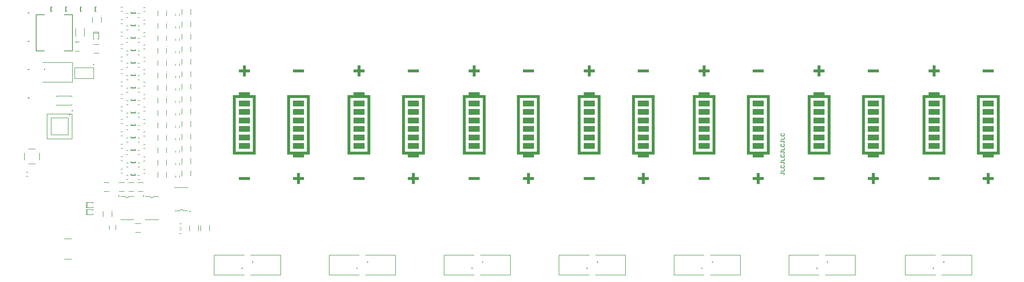
<source format=gto>
G04*
G04 #@! TF.GenerationSoftware,Altium Limited,Altium Designer,18.1.7 (191)*
G04*
G04 Layer_Color=65535*
%FSLAX44Y44*%
%MOMM*%
G71*
G01*
G75*
%ADD10C,0.2000*%
%ADD11C,0.2500*%
%ADD12C,0.1000*%
%ADD13C,0.1500*%
%ADD14C,0.2540*%
%ADD15C,0.1270*%
%ADD16C,0.2032*%
%ADD17R,4.0000X1.0000*%
%ADD18R,1.0000X4.0000*%
%ADD19R,4.0000X2.0000*%
%ADD20R,8.0000X1.0000*%
%ADD21R,1.0000X21.0000*%
D10*
X551500Y1140000D02*
G03*
X551500Y1140000I-500J0D01*
G01*
X520000Y1039000D02*
G03*
X520000Y1039000I-500J0D01*
G01*
X608500Y551000D02*
G03*
X608500Y551000I-500J0D01*
G01*
X642500D02*
G03*
X642500Y551000I-500J0D01*
G01*
X583500Y519000D02*
G03*
X583500Y519000I-500J0D01*
G01*
X463450Y1045800D02*
G03*
X463450Y1045800I-1000J0D01*
G01*
X781500Y592000D02*
G03*
X781500Y592000I-500J0D01*
G01*
Y635000D02*
G03*
X781500Y635000I-500J0D01*
G01*
Y679000D02*
G03*
X781500Y679000I-500J0D01*
G01*
Y723000D02*
G03*
X781500Y723000I-500J0D01*
G01*
Y767000D02*
G03*
X781500Y767000I-500J0D01*
G01*
Y811000D02*
G03*
X781500Y811000I-500J0D01*
G01*
Y855000D02*
G03*
X781500Y855000I-500J0D01*
G01*
Y899000D02*
G03*
X781500Y899000I-500J0D01*
G01*
Y943000D02*
G03*
X781500Y943000I-500J0D01*
G01*
Y987000D02*
G03*
X781500Y987000I-500J0D01*
G01*
Y1031000D02*
G03*
X781500Y1031000I-500J0D01*
G01*
Y1075000D02*
G03*
X781500Y1075000I-500J0D01*
G01*
Y1119000D02*
G03*
X781500Y1119000I-500J0D01*
G01*
Y1163000D02*
G03*
X781500Y1163000I-500J0D01*
G01*
X834500Y1140000D02*
G03*
X834500Y1140000I-500J0D01*
G01*
Y1096000D02*
G03*
X834500Y1096000I-500J0D01*
G01*
Y1052000D02*
G03*
X834500Y1052000I-500J0D01*
G01*
Y1008000D02*
G03*
X834500Y1008000I-500J0D01*
G01*
Y964000D02*
G03*
X834500Y964000I-500J0D01*
G01*
Y920000D02*
G03*
X834500Y920000I-500J0D01*
G01*
Y876000D02*
G03*
X834500Y876000I-500J0D01*
G01*
Y832000D02*
G03*
X834500Y832000I-500J0D01*
G01*
Y788000D02*
G03*
X834500Y788000I-500J0D01*
G01*
Y744000D02*
G03*
X834500Y744000I-500J0D01*
G01*
Y699000D02*
G03*
X834500Y699000I-500J0D01*
G01*
Y656000D02*
G03*
X834500Y656000I-500J0D01*
G01*
Y612000D02*
G03*
X834500Y612000I-500J0D01*
G01*
X834500Y569000D02*
G03*
X834500Y569000I-500J0D01*
G01*
X675500Y551000D02*
G03*
X675500Y551000I-500J0D01*
G01*
X588500Y453000D02*
G03*
X588500Y453000I-500J0D01*
G01*
X932500Y403000D02*
G03*
X932500Y403000I-500J0D01*
G01*
X666500Y406000D02*
G03*
X666500Y406000I-500J0D01*
G01*
X893500Y403000D02*
G03*
X893500Y403000I-500J0D01*
G01*
X826000Y569000D02*
Y575000D01*
X812000Y569000D02*
Y575000D01*
X826000Y613000D02*
Y619000D01*
X812000Y613000D02*
Y619000D01*
X826000Y657000D02*
Y663000D01*
X812000Y657000D02*
Y663000D01*
X826000Y701000D02*
Y707000D01*
X812000Y701000D02*
Y707000D01*
X826000Y745000D02*
Y751000D01*
X812000Y745000D02*
Y751000D01*
X826000Y789000D02*
Y795000D01*
X812000Y789000D02*
Y795000D01*
X826000Y833000D02*
Y839000D01*
X812000Y833000D02*
Y839000D01*
X826000Y877000D02*
Y883000D01*
X812000Y877000D02*
Y883000D01*
X826000Y921000D02*
Y927000D01*
X812000Y921000D02*
Y927000D01*
X826000Y965000D02*
Y971000D01*
X812000Y965000D02*
Y971000D01*
X826000Y1009000D02*
Y1015000D01*
X812000Y1009000D02*
Y1015000D01*
X826000Y1053000D02*
Y1059000D01*
X812000Y1053000D02*
Y1059000D01*
X826000Y1097000D02*
Y1103000D01*
X812000Y1097000D02*
Y1103000D01*
X826000Y1141000D02*
Y1147000D01*
X812000Y1141000D02*
Y1147000D01*
X372046Y1171000D02*
X378046D01*
X372046Y1155000D02*
X378046D01*
X372046D02*
Y1171000D01*
X373946Y1155000D02*
Y1171000D01*
X528000Y1171000D02*
X534000D01*
X528000Y1155000D02*
X534000D01*
X528000D02*
Y1171000D01*
X529900Y1155000D02*
Y1171000D01*
X476000D02*
X482000D01*
X476000Y1155000D02*
X482000D01*
X476000D02*
Y1171000D01*
X477900Y1155000D02*
Y1171000D01*
X424000D02*
X430000D01*
X424000Y1155000D02*
X430000D01*
X424000D02*
Y1171000D01*
X425900Y1155000D02*
Y1171000D01*
X523001Y1058000D02*
Y1082000D01*
X524000Y1078500D02*
X540500D01*
X541000Y1058000D02*
Y1082000D01*
X523001Y1058000D02*
X526500D01*
X537500D02*
X541000D01*
X523000Y1082000D02*
X541000D01*
X655000Y1148000D02*
Y1154000D01*
X671000Y1148000D02*
Y1154000D01*
X655000Y1148000D02*
X671000D01*
X655000Y1149900D02*
X671000D01*
X655000Y1104000D02*
Y1110000D01*
X671000Y1104000D02*
Y1110000D01*
X655000Y1104000D02*
X671000D01*
X655000Y1105900D02*
X671000D01*
X655000Y1060000D02*
Y1066000D01*
X671000Y1060000D02*
Y1066000D01*
X655000Y1060000D02*
X671000D01*
X655000Y1061900D02*
X671000D01*
X655000Y1016000D02*
Y1022000D01*
X671000Y1016000D02*
Y1022000D01*
X655000Y1016000D02*
X671000D01*
X655000Y1017900D02*
X671000D01*
X655000Y972000D02*
Y978000D01*
X671000Y972000D02*
Y978000D01*
X655000Y972000D02*
X671000D01*
X655000Y973900D02*
X671000D01*
X655000Y928000D02*
Y934000D01*
X671000Y928000D02*
Y934000D01*
X655000Y928000D02*
X671000D01*
X655000Y929900D02*
X671000D01*
X655000Y884000D02*
Y890000D01*
X671000Y884000D02*
Y890000D01*
X655000Y884000D02*
X671000D01*
X655000Y885900D02*
X671000D01*
X655000Y840000D02*
Y846000D01*
X671000Y840000D02*
Y846000D01*
X655000Y840000D02*
X671000D01*
X655000Y841900D02*
X671000D01*
X655000Y796000D02*
Y802000D01*
X671000Y796000D02*
Y802000D01*
X655000Y796000D02*
X671000D01*
X655000Y797900D02*
X671000D01*
X655000Y752000D02*
Y758000D01*
X671000Y752000D02*
Y758000D01*
X655000Y752000D02*
X671000D01*
X655000Y753900D02*
X671000D01*
X655000Y708000D02*
Y714000D01*
X671000Y708000D02*
Y714000D01*
X655000Y708000D02*
X671000D01*
X655000Y709900D02*
X671000D01*
X655000Y664000D02*
Y670000D01*
X671000Y664000D02*
Y670000D01*
X655000Y664000D02*
X671000D01*
X655000Y665900D02*
X671000D01*
X655000Y620000D02*
Y626000D01*
X671000Y620000D02*
Y626000D01*
X655000Y620000D02*
X671000D01*
X655000Y621900D02*
X671000D01*
X655000Y576000D02*
Y582000D01*
X671000Y576000D02*
Y582000D01*
X655000Y576000D02*
X671000D01*
X655000Y577900D02*
X671000D01*
X456500Y918500D02*
Y956500D01*
X523500Y918500D02*
Y956500D01*
X456500Y918500D02*
X523500D01*
X456500Y956500D02*
X523500D01*
X601500Y385000D02*
Y399000D01*
X578500Y385000D02*
Y399000D01*
X601000Y385000D02*
X601500D01*
X578500D02*
X579000D01*
X578500Y399000D02*
X579000D01*
X601000D02*
X601500D01*
X343000Y975000D02*
X449000D01*
X343000Y905000D02*
X449000D01*
Y975000D01*
X458000Y1047500D02*
X473000D01*
X458000Y1015000D02*
X473000D01*
X699000Y1169000D02*
X705000D01*
X699000Y1155000D02*
X705000D01*
X679000Y1134000D02*
X685000D01*
X679000Y1148000D02*
X685000D01*
X619000Y1156000D02*
X625000D01*
X619000Y1170000D02*
X625000D01*
X639000Y1148000D02*
X645000D01*
X639000Y1134000D02*
X645000D01*
X699000Y1125000D02*
X705000D01*
X699000Y1111000D02*
X705000D01*
X679000Y1090000D02*
X685000D01*
X679000Y1104000D02*
X685000D01*
X619000Y1112000D02*
X625000D01*
X619000Y1126000D02*
X625000D01*
X639000Y1104000D02*
X645000D01*
X639000Y1090000D02*
X645000D01*
X699000Y1081000D02*
X705000D01*
X699000Y1067000D02*
X705000D01*
X679000Y1046000D02*
X685000D01*
X679000Y1060000D02*
X685000D01*
X619000Y1068000D02*
X625000D01*
X619000Y1082000D02*
X625000D01*
X639000Y1060000D02*
X645000D01*
X639000Y1046000D02*
X645000D01*
X699000Y1037000D02*
X705000D01*
X699000Y1023000D02*
X705000D01*
X679000Y1002000D02*
X685000D01*
X679000Y1016000D02*
X685000D01*
X619000Y1024000D02*
X625000D01*
X619000Y1038000D02*
X625000D01*
X639000Y1016000D02*
X645000D01*
X639000Y1002000D02*
X645000D01*
X639000Y972000D02*
X645000D01*
X639000Y958000D02*
X645000D01*
X619000Y980000D02*
X625000D01*
X619000Y994000D02*
X625000D01*
X679000Y958000D02*
X685000D01*
X679000Y972000D02*
X685000D01*
X699000Y993000D02*
X705000D01*
X699000Y979000D02*
X705000D01*
X639000Y928000D02*
X645000D01*
X639000Y914000D02*
X645000D01*
X619000Y936000D02*
X625000D01*
X619000Y950000D02*
X625000D01*
X679000Y914000D02*
X685000D01*
X679000Y928000D02*
X685000D01*
X699000Y949000D02*
X705000D01*
X699000Y935000D02*
X705000D01*
X639000Y884000D02*
X645000D01*
X639000Y870000D02*
X645000D01*
X619000Y892000D02*
X625000D01*
X619000Y906000D02*
X625000D01*
X679000Y870000D02*
X685000D01*
X679000Y884000D02*
X685000D01*
X699000Y905000D02*
X705000D01*
X699000Y891000D02*
X705000D01*
X699000Y861000D02*
X705000D01*
X699000Y847000D02*
X705000D01*
X679000Y826000D02*
X685000D01*
X679000Y840000D02*
X685000D01*
X619000Y848000D02*
X625000D01*
X619000Y862000D02*
X625000D01*
X639000Y840000D02*
X645000D01*
X639000Y826000D02*
X645000D01*
X639000Y796000D02*
X645000D01*
X639000Y782000D02*
X645000D01*
X619000Y804000D02*
X625000D01*
X619000Y818000D02*
X625000D01*
X679000Y782000D02*
X685000D01*
X679000Y796000D02*
X685000D01*
X699000Y817000D02*
X705000D01*
X699000Y803000D02*
X705000D01*
X699000Y773000D02*
X705000D01*
X699000Y759000D02*
X705000D01*
X679000Y738000D02*
X685000D01*
X679000Y752000D02*
X685000D01*
X619000Y760000D02*
X625000D01*
X619000Y774000D02*
X625000D01*
X639000Y752000D02*
X645000D01*
X639000Y738000D02*
X645000D01*
X639000Y708000D02*
X645000D01*
X639000Y694000D02*
X645000D01*
X619000Y716000D02*
X625000D01*
X619000Y730000D02*
X625000D01*
X679000Y694000D02*
X685000D01*
X679000Y708000D02*
X685000D01*
X699000Y729000D02*
X705000D01*
X699000Y715000D02*
X705000D01*
X639000Y664000D02*
X645000D01*
X639000Y650000D02*
X645000D01*
X619000Y672000D02*
X625000D01*
X619000Y686000D02*
X625000D01*
X679000Y650000D02*
X685000D01*
X679000Y664000D02*
X685000D01*
X699000Y685000D02*
X705000D01*
X699000Y671000D02*
X705000D01*
X699000Y641000D02*
X705000D01*
X699000Y627000D02*
X705000D01*
X679000Y606000D02*
X685000D01*
X679000Y620000D02*
X685000D01*
X619000Y628000D02*
X625000D01*
X619000Y642000D02*
X625000D01*
X639000Y620000D02*
X645000D01*
X639000Y606000D02*
X645000D01*
X619000Y598000D02*
X625000D01*
X619000Y584000D02*
X625000D01*
X679000Y576000D02*
X685000D01*
X679000Y562000D02*
X685000D01*
X639000Y562000D02*
X645000D01*
X639000Y576000D02*
X645000D01*
X699000Y583000D02*
X705000D01*
X699000Y597000D02*
X705000D01*
X359500Y704750D02*
X447500D01*
Y792750D01*
X359500Y704750D02*
Y792750D01*
X447500D01*
X374000Y719000D02*
Y779000D01*
X434000Y719000D02*
Y779000D01*
X374000D02*
X434000D01*
X374000Y719000D02*
X434000D01*
X286000Y587000D02*
X292000D01*
X286000Y573000D02*
X292000D01*
X291500Y849000D02*
X296500D01*
X291500D02*
X294000Y851000D01*
X296500Y849000D01*
X1182000Y223998D02*
Y293998D01*
X1076000Y223998D02*
X1182000D01*
X1076000Y293998D02*
X1182000D01*
X948000Y223998D02*
Y293998D01*
X1054000D01*
X948000Y223998D02*
X1054000D01*
X1587000Y223998D02*
Y293998D01*
X1481000Y223998D02*
X1587000D01*
X1481000Y293998D02*
X1587000D01*
X1353000Y223998D02*
Y293998D01*
X1459000D01*
X1353000Y223998D02*
X1459000D01*
X1992000D02*
Y293998D01*
X1886000Y223998D02*
X1992000D01*
X1886000Y293998D02*
X1992000D01*
X1758000Y223998D02*
Y293998D01*
X1864000D01*
X1758000Y223998D02*
X1864000D01*
X2397000Y223998D02*
Y293998D01*
X2291000Y223998D02*
X2397000D01*
X2291000Y293998D02*
X2397000D01*
X2163000Y223998D02*
Y293998D01*
X2269000D01*
X2163000Y223998D02*
X2269000D01*
X2802000D02*
Y293998D01*
X2696000Y223998D02*
X2802000D01*
X2696000Y293998D02*
X2802000D01*
X2568000Y223998D02*
Y293998D01*
X2674000D01*
X2568000Y223998D02*
X2674000D01*
X3207000Y223998D02*
Y293998D01*
X3101000Y223998D02*
X3207000D01*
X3101000Y293998D02*
X3207000D01*
X2973000Y223998D02*
Y293998D01*
X3079000D01*
X2973000Y223998D02*
X3079000D01*
X3617000Y224000D02*
Y294000D01*
X3511000Y224000D02*
X3617000D01*
X3511000Y294000D02*
X3617000D01*
X3383000Y224000D02*
Y294000D01*
X3489000D01*
X3383000Y224000D02*
X3489000D01*
X497000Y437001D02*
X521000D01*
X500500Y438000D02*
Y454500D01*
X497000Y455000D02*
X521000D01*
Y437001D02*
Y440500D01*
Y451500D02*
Y455000D01*
X497000Y437000D02*
Y455000D01*
Y462001D02*
X521000D01*
X500500Y463000D02*
Y479500D01*
X497000Y480000D02*
X521000D01*
Y462001D02*
Y465500D01*
Y476500D02*
Y480000D01*
X497000Y462000D02*
Y480000D01*
X827000Y391000D02*
X833000D01*
X827000Y405000D02*
X833000D01*
X827000Y370000D02*
X833000D01*
X827000Y384000D02*
X833000D01*
X294000Y951000D02*
X296500Y949000D01*
X291500D02*
X294000Y951000D01*
X291500Y949000D02*
X296500D01*
X294000Y1051000D02*
X296500Y1049000D01*
X291500D02*
X294000Y1051000D01*
X291500Y1049000D02*
X296500D01*
X294000Y1151000D02*
X296500Y1149000D01*
X291500D02*
X294000Y1151000D01*
X291500Y1149000D02*
X296500D01*
D11*
X524250Y968000D02*
G03*
X524250Y968000I-1250J0D01*
G01*
X351750Y951000D02*
G03*
X351750Y951000I-1250J0D01*
G01*
X613250Y503500D02*
G03*
X613250Y503500I-1250J0D01*
G01*
X700250D02*
G03*
X700250Y503500I-1250J0D01*
G01*
X449250Y804750D02*
G03*
X449250Y804750I-1250J0D01*
G01*
X439750Y790750D02*
G03*
X439750Y790750I-1250J0D01*
G01*
X1084750Y269998D02*
G03*
X1084750Y269998I-1250J0D01*
G01*
X1047750Y247998D02*
G03*
X1047750Y247998I-1250J0D01*
G01*
X1489750Y269998D02*
G03*
X1489750Y269998I-1250J0D01*
G01*
X1452750Y247998D02*
G03*
X1452750Y247998I-1250J0D01*
G01*
X863250Y448623D02*
G03*
X863250Y448623I-1250J0D01*
G01*
X1894750Y269998D02*
G03*
X1894750Y269998I-1250J0D01*
G01*
X1857750Y247998D02*
G03*
X1857750Y247998I-1250J0D01*
G01*
X2299750Y269998D02*
G03*
X2299750Y269998I-1250J0D01*
G01*
X2262750Y247998D02*
G03*
X2262750Y247998I-1250J0D01*
G01*
X2704750Y269998D02*
G03*
X2704750Y269998I-1250J0D01*
G01*
X2667750Y247998D02*
G03*
X2667750Y247998I-1250J0D01*
G01*
X3109750Y269998D02*
G03*
X3109750Y269998I-1250J0D01*
G01*
X3072750Y247998D02*
G03*
X3072750Y247998I-1250J0D01*
G01*
X3519750Y270000D02*
G03*
X3519750Y270000I-1250J0D01*
G01*
X3482750Y248000D02*
G03*
X3482750Y248000I-1250J0D01*
G01*
D12*
X601750Y403000D02*
G03*
X601750Y403000I-500J0D01*
G01*
D13*
X635833Y501500D02*
G03*
X646167Y501500I5167J0D01*
G01*
X722833D02*
G03*
X733167Y501500I5167J0D01*
G01*
X838167Y450623D02*
G03*
X827833Y450623I-5167J0D01*
G01*
X519500Y1117000D02*
Y1135000D01*
X550500Y1117000D02*
Y1135000D01*
X550000Y1117000D02*
X550500D01*
X550000Y1135000D02*
X550500D01*
X519500Y1117000D02*
X520000D01*
X519500Y1135000D02*
X520000D01*
X524500Y1007500D02*
X542500D01*
X524500Y1038500D02*
X542500D01*
Y1038000D02*
Y1038500D01*
X524500Y1038000D02*
Y1038500D01*
X542500Y1007500D02*
Y1008000D01*
X524500Y1007500D02*
Y1008000D01*
X613000Y519500D02*
X631000D01*
X613000Y550500D02*
X631000D01*
Y550000D02*
Y550500D01*
X613000Y550000D02*
Y550500D01*
X631000Y519500D02*
Y520000D01*
X613000Y519500D02*
Y520000D01*
X647000Y519500D02*
X665000D01*
X647000Y550500D02*
X665000D01*
Y550000D02*
Y550500D01*
X647000Y550000D02*
Y550500D01*
X665000Y519500D02*
Y520000D01*
X647000Y519500D02*
Y520000D01*
X560000Y550500D02*
X578000D01*
X560000Y519500D02*
X578000D01*
X560000D02*
Y520000D01*
X578000Y519500D02*
Y520000D01*
X560000Y550000D02*
Y550500D01*
X578000Y550000D02*
Y550500D01*
X664000Y419500D02*
Y421000D01*
X619000Y419500D02*
Y421000D01*
Y500500D02*
Y501500D01*
X664000Y500500D02*
Y501500D01*
X619000Y419500D02*
X664000D01*
X646200Y501500D02*
X664000D01*
X619000D02*
X635800D01*
X751000Y419500D02*
Y421000D01*
X706000Y419500D02*
Y421000D01*
Y500500D02*
Y501500D01*
X751000Y500500D02*
Y501500D01*
X706000Y419500D02*
X751000D01*
X733200Y501500D02*
X751000D01*
X706000D02*
X722800D01*
X749500Y569000D02*
Y587000D01*
X780500Y569000D02*
Y587000D01*
X780000Y569000D02*
X780500D01*
X780000Y587000D02*
X780500D01*
X749500Y569000D02*
X750000D01*
X749500Y587000D02*
X750000D01*
X749500Y612000D02*
Y630000D01*
X780500Y612000D02*
Y630000D01*
X780000Y612000D02*
X780500D01*
X780000Y630000D02*
X780500D01*
X749500Y612000D02*
X750000D01*
X749500Y630000D02*
X750000D01*
X749500Y656000D02*
Y674000D01*
X780500Y656000D02*
Y674000D01*
X780000Y656000D02*
X780500D01*
X780000Y674000D02*
X780500D01*
X749500Y656000D02*
X750000D01*
X749500Y674000D02*
X750000D01*
X749500Y700000D02*
Y718000D01*
X780500Y700000D02*
Y718000D01*
X780000Y700000D02*
X780500D01*
X780000Y718000D02*
X780500D01*
X749500Y700000D02*
X750000D01*
X749500Y718000D02*
X750000D01*
X749500Y744000D02*
Y762000D01*
X780500Y744000D02*
Y762000D01*
X780000Y744000D02*
X780500D01*
X780000Y762000D02*
X780500D01*
X749500Y744000D02*
X750000D01*
X749500Y762000D02*
X750000D01*
X749500Y788000D02*
Y806000D01*
X780500Y788000D02*
Y806000D01*
X780000Y788000D02*
X780500D01*
X780000Y806000D02*
X780500D01*
X749500Y788000D02*
X750000D01*
X749500Y806000D02*
X750000D01*
X749500Y832000D02*
Y850000D01*
X780500Y832000D02*
Y850000D01*
X780000Y832000D02*
X780500D01*
X780000Y850000D02*
X780500D01*
X749500Y832000D02*
X750000D01*
X749500Y850000D02*
X750000D01*
X749500Y876000D02*
Y894000D01*
X780500Y876000D02*
Y894000D01*
X780000Y876000D02*
X780500D01*
X780000Y894000D02*
X780500D01*
X749500Y876000D02*
X750000D01*
X749500Y894000D02*
X750000D01*
X749500Y920000D02*
Y938000D01*
X780500Y920000D02*
Y938000D01*
X780000Y920000D02*
X780500D01*
X780000Y938000D02*
X780500D01*
X749500Y920000D02*
X750000D01*
X749500Y938000D02*
X750000D01*
X749500Y964000D02*
Y982000D01*
X780500Y964000D02*
Y982000D01*
X780000Y964000D02*
X780500D01*
X780000Y982000D02*
X780500D01*
X749500Y964000D02*
X750000D01*
X749500Y982000D02*
X750000D01*
X749500Y1008000D02*
Y1026000D01*
X780500Y1008000D02*
Y1026000D01*
X780000Y1008000D02*
X780500D01*
X780000Y1026000D02*
X780500D01*
X749500Y1008000D02*
X750000D01*
X749500Y1026000D02*
X750000D01*
X749500Y1052000D02*
Y1070000D01*
X780500Y1052000D02*
Y1070000D01*
X780000Y1052000D02*
X780500D01*
X780000Y1070000D02*
X780500D01*
X749500Y1052000D02*
X750000D01*
X749500Y1070000D02*
X750000D01*
X749500Y1096000D02*
Y1114000D01*
X780500Y1096000D02*
Y1114000D01*
X780000Y1096000D02*
X780500D01*
X780000Y1114000D02*
X780500D01*
X749500Y1096000D02*
X750000D01*
X749500Y1114000D02*
X750000D01*
X749500Y1140000D02*
Y1158000D01*
X780500Y1140000D02*
Y1158000D01*
X780000Y1140000D02*
X780500D01*
X780000Y1158000D02*
X780500D01*
X749500Y1140000D02*
X750000D01*
X749500Y1158000D02*
X750000D01*
X865500Y1145000D02*
Y1163000D01*
X834500Y1145000D02*
Y1163000D01*
X835000D01*
X834500Y1145000D02*
X835000D01*
X865000Y1163000D02*
X865500D01*
X865000Y1145000D02*
X865500D01*
Y1101000D02*
Y1119000D01*
X834500Y1101000D02*
Y1119000D01*
X835000D01*
X834500Y1101000D02*
X835000D01*
X865000Y1119000D02*
X865500D01*
X865000Y1101000D02*
X865500D01*
Y1057000D02*
Y1075000D01*
X834500Y1057000D02*
Y1075000D01*
X835000D01*
X834500Y1057000D02*
X835000D01*
X865000Y1075000D02*
X865500D01*
X865000Y1057000D02*
X865500D01*
Y1013000D02*
Y1031000D01*
X834500Y1013000D02*
Y1031000D01*
X835000D01*
X834500Y1013000D02*
X835000D01*
X865000Y1031000D02*
X865500D01*
X865000Y1013000D02*
X865500D01*
Y969000D02*
Y987000D01*
X834500Y969000D02*
Y987000D01*
X835000D01*
X834500Y969000D02*
X835000D01*
X865000Y987000D02*
X865500D01*
X865000Y969000D02*
X865500D01*
Y925000D02*
Y943000D01*
X834500Y925000D02*
Y943000D01*
X835000D01*
X834500Y925000D02*
X835000D01*
X865000Y943000D02*
X865500D01*
X865000Y925000D02*
X865500D01*
Y881000D02*
Y899000D01*
X834500Y881000D02*
Y899000D01*
X835000D01*
X834500Y881000D02*
X835000D01*
X865000Y899000D02*
X865500D01*
X865000Y881000D02*
X865500D01*
Y837000D02*
Y855000D01*
X834500Y837000D02*
Y855000D01*
X835000D01*
X834500Y837000D02*
X835000D01*
X865000Y855000D02*
X865500D01*
X865000Y837000D02*
X865500D01*
Y793000D02*
Y811000D01*
X834500Y793000D02*
Y811000D01*
X835000D01*
X834500Y793000D02*
X835000D01*
X865000Y811000D02*
X865500D01*
X865000Y793000D02*
X865500D01*
Y749000D02*
Y767000D01*
X834500Y749000D02*
Y767000D01*
X835000D01*
X834500Y749000D02*
X835000D01*
X865000Y767000D02*
X865500D01*
X865000Y749000D02*
X865500D01*
Y704000D02*
Y722000D01*
X834500Y704000D02*
Y722000D01*
X835000D01*
X834500Y704000D02*
X835000D01*
X865000Y722000D02*
X865500D01*
X865000Y704000D02*
X865500D01*
Y661000D02*
Y679000D01*
X834500Y661000D02*
Y679000D01*
X835000D01*
X834500Y661000D02*
X835000D01*
X865000Y679000D02*
X865500D01*
X865000Y661000D02*
X865500D01*
Y617000D02*
Y635000D01*
X834500Y617000D02*
Y635000D01*
X835000D01*
X834500Y617000D02*
X835000D01*
X865000Y635000D02*
X865500D01*
X865000Y617000D02*
X865500D01*
X865500Y574000D02*
Y592000D01*
X834500Y574000D02*
Y592000D01*
X835000D01*
X834500Y574000D02*
X835000D01*
X865000Y592000D02*
X865500D01*
X865000Y574000D02*
X865500D01*
X680000Y519500D02*
X698000D01*
X680000Y550500D02*
X698000D01*
Y550000D02*
Y550500D01*
X680000Y550000D02*
Y550500D01*
X698000Y519500D02*
Y520000D01*
X680000Y519500D02*
Y520000D01*
X810000Y531123D02*
Y532623D01*
X855000Y531123D02*
Y532623D01*
Y450623D02*
Y451623D01*
X810000Y450623D02*
Y451623D01*
Y532623D02*
X855000D01*
X810000Y450623D02*
X827800D01*
X838200D02*
X855000D01*
X294000Y617000D02*
X318000D01*
X294000Y669000D02*
X318000D01*
X332000Y630000D02*
Y656000D01*
X280000Y630000D02*
Y656000D01*
X556500Y448000D02*
X557000D01*
X556500Y430000D02*
X557000D01*
X587000Y448000D02*
X587500D01*
X587000Y430000D02*
X587500D01*
Y448000D01*
X556500Y430000D02*
Y448000D01*
X900500Y398000D02*
X901000D01*
X900500Y380000D02*
X901000D01*
X931000Y398000D02*
X931500D01*
X931000Y380000D02*
X931500D01*
Y398000D01*
X900500Y380000D02*
Y398000D01*
X671000Y374500D02*
Y375000D01*
X689000Y374500D02*
Y375000D01*
X671000Y405000D02*
Y405500D01*
X689000Y405000D02*
Y405500D01*
X671000D02*
X689000D01*
X671000Y374500D02*
X689000D01*
X861500Y398000D02*
X862000D01*
X861500Y380000D02*
X862000D01*
X892000Y398000D02*
X892500D01*
X892000Y380000D02*
X892500D01*
Y398000D01*
X861500Y380000D02*
Y398000D01*
X445000Y824123D02*
X447000Y826123D01*
X445000Y856123D02*
X447000Y854123D01*
X392000D02*
X394000Y856123D01*
X392000Y826123D02*
X394000Y824123D01*
X445000D01*
X394000Y856123D02*
X445000D01*
D14*
X419000Y1144000D02*
X448000D01*
Y1016000D02*
Y1144000D01*
X419000Y1016000D02*
X448000D01*
X320000Y1144000D02*
X349000D01*
X320000Y1016000D02*
Y1144000D01*
Y1016000D02*
X349000D01*
X2943752Y586849D02*
Y582683D01*
Y584766D01*
X2954165D01*
X2956248Y582683D01*
Y580601D01*
X2954165Y578518D01*
X2943752Y591014D02*
X2956248D01*
Y599345D01*
X2945835Y611841D02*
X2943752Y609758D01*
Y605593D01*
X2945835Y603510D01*
X2954165D01*
X2956248Y605593D01*
Y609758D01*
X2954165Y611841D01*
X2943752Y624337D02*
Y620171D01*
Y622254D01*
X2954165D01*
X2956248Y620171D01*
Y618089D01*
X2954165Y616006D01*
X2943752Y628502D02*
X2956248D01*
Y636833D01*
X2945835Y649329D02*
X2943752Y647246D01*
Y643081D01*
X2945835Y640998D01*
X2954165D01*
X2956248Y643081D01*
Y647246D01*
X2954165Y649329D01*
X2943752Y661825D02*
Y657659D01*
Y659742D01*
X2954165D01*
X2956248Y657659D01*
Y655577D01*
X2954165Y653494D01*
X2943752Y665990D02*
X2956248D01*
Y674321D01*
X2945835Y686816D02*
X2943752Y684734D01*
Y680568D01*
X2945835Y678486D01*
X2954165D01*
X2956248Y680568D01*
Y684734D01*
X2954165Y686816D01*
X2943752Y699312D02*
Y695147D01*
Y697230D01*
X2954165D01*
X2956248Y695147D01*
Y693064D01*
X2954165Y690982D01*
X2943752Y703478D02*
X2956248D01*
Y711808D01*
X2945835Y724304D02*
X2943752Y722222D01*
Y718056D01*
X2945835Y715974D01*
X2954165D01*
X2956248Y718056D01*
Y722222D01*
X2954165Y724304D01*
D15*
X459650Y1066000D02*
Y1096000D01*
X490350Y1066000D02*
Y1096000D01*
D16*
X420000Y279500D02*
X446000D01*
X420000Y351500D02*
X446000D01*
D17*
X3675000Y945000D02*
D03*
Y565000D02*
D03*
X3484000Y565000D02*
D03*
Y945000D02*
D03*
X3270000Y945000D02*
D03*
Y565000D02*
D03*
X3079000Y565000D02*
D03*
Y945000D02*
D03*
X2865000Y945000D02*
D03*
Y565000D02*
D03*
X2674000D02*
D03*
Y945000D02*
D03*
X2460000Y945000D02*
D03*
Y565000D02*
D03*
X2269000Y565000D02*
D03*
Y945000D02*
D03*
X2055000Y945000D02*
D03*
Y565000D02*
D03*
X1864000Y565000D02*
D03*
Y945000D02*
D03*
X1650000Y565000D02*
D03*
Y945000D02*
D03*
X1458000Y945000D02*
D03*
Y565000D02*
D03*
X1245000Y565000D02*
D03*
Y945000D02*
D03*
X1054000Y565000D02*
D03*
Y945000D02*
D03*
D18*
X3675000Y565000D02*
D03*
X3484000Y945000D02*
D03*
X3270000Y565000D02*
D03*
X3079000Y945000D02*
D03*
X2865000Y565000D02*
D03*
X2674000Y945000D02*
D03*
X2460000Y565000D02*
D03*
X2269000Y945000D02*
D03*
X2055000Y565000D02*
D03*
X1864000Y945000D02*
D03*
X1650000Y565000D02*
D03*
X1458000Y945000D02*
D03*
X1245000Y565000D02*
D03*
X1054000Y945000D02*
D03*
D19*
X3675000Y680000D02*
D03*
Y710000D02*
D03*
X3675000Y740000D02*
D03*
Y770000D02*
D03*
Y800000D02*
D03*
X3675000Y830000D02*
D03*
Y650000D02*
D03*
X3484000Y830000D02*
D03*
Y800000D02*
D03*
Y770000D02*
D03*
Y740000D02*
D03*
Y710000D02*
D03*
Y680000D02*
D03*
Y860000D02*
D03*
X3270000Y680000D02*
D03*
Y710000D02*
D03*
Y740000D02*
D03*
Y770000D02*
D03*
Y800000D02*
D03*
Y830000D02*
D03*
Y650000D02*
D03*
X3079000Y830000D02*
D03*
Y800000D02*
D03*
Y770000D02*
D03*
Y740000D02*
D03*
Y710000D02*
D03*
Y680000D02*
D03*
Y860000D02*
D03*
X2865000Y680000D02*
D03*
Y710000D02*
D03*
X2865000Y740000D02*
D03*
Y770000D02*
D03*
Y800000D02*
D03*
X2865000Y830000D02*
D03*
Y650000D02*
D03*
X2674000Y830000D02*
D03*
Y800000D02*
D03*
Y770000D02*
D03*
Y740000D02*
D03*
Y710000D02*
D03*
Y680000D02*
D03*
Y860000D02*
D03*
X2460000Y680000D02*
D03*
Y710000D02*
D03*
Y740000D02*
D03*
Y770000D02*
D03*
Y800000D02*
D03*
Y830000D02*
D03*
Y650000D02*
D03*
X2269000Y830000D02*
D03*
Y800000D02*
D03*
Y770000D02*
D03*
Y740000D02*
D03*
Y710000D02*
D03*
Y680000D02*
D03*
Y860000D02*
D03*
X2055000Y680000D02*
D03*
Y710000D02*
D03*
Y740000D02*
D03*
Y770000D02*
D03*
Y800000D02*
D03*
Y830000D02*
D03*
Y650000D02*
D03*
X1864000Y830000D02*
D03*
Y800000D02*
D03*
Y770000D02*
D03*
Y740000D02*
D03*
Y710000D02*
D03*
Y680000D02*
D03*
Y860000D02*
D03*
X1650000Y650000D02*
D03*
Y830000D02*
D03*
X1650000Y800000D02*
D03*
Y770000D02*
D03*
Y740000D02*
D03*
X1650000Y710000D02*
D03*
Y680000D02*
D03*
X1458000Y860000D02*
D03*
Y680000D02*
D03*
Y710000D02*
D03*
Y740000D02*
D03*
Y770000D02*
D03*
Y800000D02*
D03*
Y830000D02*
D03*
X1245000Y650000D02*
D03*
Y830000D02*
D03*
X1245000Y800000D02*
D03*
Y770000D02*
D03*
Y740000D02*
D03*
X1245000Y710000D02*
D03*
Y680000D02*
D03*
X1054000Y830000D02*
D03*
Y800000D02*
D03*
Y770000D02*
D03*
Y740000D02*
D03*
Y710000D02*
D03*
Y680000D02*
D03*
Y860000D02*
D03*
D20*
X3675000Y655000D02*
D03*
Y855000D02*
D03*
X3484000Y855000D02*
D03*
Y655000D02*
D03*
X3270000Y655000D02*
D03*
Y855000D02*
D03*
X3079000Y855000D02*
D03*
Y655000D02*
D03*
X2865000Y655000D02*
D03*
Y855000D02*
D03*
X2674000D02*
D03*
Y655000D02*
D03*
X2460000D02*
D03*
Y855000D02*
D03*
X2269000D02*
D03*
Y655000D02*
D03*
X2055000D02*
D03*
Y855000D02*
D03*
X1864000Y855000D02*
D03*
Y655000D02*
D03*
X1650000Y855000D02*
D03*
Y655000D02*
D03*
X1458000Y655000D02*
D03*
Y855000D02*
D03*
X1245000Y855000D02*
D03*
Y655000D02*
D03*
X1054000Y855000D02*
D03*
Y655000D02*
D03*
D21*
X3640000Y755000D02*
D03*
X3710000D02*
D03*
X3519000Y755000D02*
D03*
X3449000D02*
D03*
X3235000Y755000D02*
D03*
X3305000D02*
D03*
X3114000Y755000D02*
D03*
X3044000D02*
D03*
X2830000Y755000D02*
D03*
X2900000D02*
D03*
X2709000Y755000D02*
D03*
X2639000D02*
D03*
X2425000Y755000D02*
D03*
X2495000D02*
D03*
X2304000Y755000D02*
D03*
X2234000D02*
D03*
X2020000Y755000D02*
D03*
X2090000D02*
D03*
X1899000Y755000D02*
D03*
X1829000D02*
D03*
X1685000Y755000D02*
D03*
X1615000D02*
D03*
X1423000Y755000D02*
D03*
X1493000D02*
D03*
X1280000Y755000D02*
D03*
X1210000D02*
D03*
X1089000Y755000D02*
D03*
X1019000D02*
D03*
M02*

</source>
